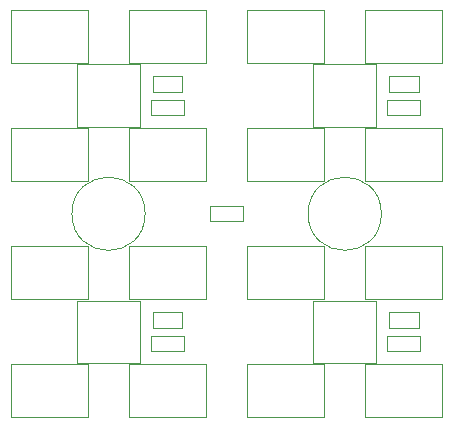
<source format=gbr>
%TF.GenerationSoftware,KiCad,Pcbnew,no-vcs-found-e797af3~59~ubuntu17.04.1*%
%TF.CreationDate,2017-07-18T08:46:09+02:00*%
%TF.ProjectId,LEDBoard_4x4_16bit,4C4544426F6172645F3478345F313662,0.1*%
%TF.SameCoordinates,Original%
%TF.FileFunction,Other,User*%
%FSLAX46Y46*%
G04 Gerber Fmt 4.6, Leading zero omitted, Abs format (unit mm)*
G04 Created by KiCad (PCBNEW no-vcs-found-e797af3~59~ubuntu17.04.1) date Tue Jul 18 08:46:09 2017*
%MOMM*%
%LPD*%
G01*
G04 APERTURE LIST*
%ADD10C,0.050000*%
G04 APERTURE END LIST*
D10*
X51750000Y-50750000D02*
X58250000Y-50750000D01*
X58250000Y-50750000D02*
X58250000Y-55250000D01*
X58250000Y-55250000D02*
X51750000Y-55250000D01*
X51750000Y-55250000D02*
X51750000Y-50750000D01*
X51750000Y-60750000D02*
X58250000Y-60750000D01*
X58250000Y-60750000D02*
X58250000Y-65250000D01*
X58250000Y-65250000D02*
X51750000Y-65250000D01*
X51750000Y-65250000D02*
X51750000Y-60750000D01*
X51750000Y-70750000D02*
X58250000Y-70750000D01*
X58250000Y-70750000D02*
X58250000Y-75250000D01*
X58250000Y-75250000D02*
X51750000Y-75250000D01*
X51750000Y-75250000D02*
X51750000Y-70750000D01*
X51750000Y-80750000D02*
X58250000Y-80750000D01*
X58250000Y-80750000D02*
X58250000Y-85250000D01*
X58250000Y-85250000D02*
X51750000Y-85250000D01*
X51750000Y-85250000D02*
X51750000Y-80750000D01*
X61750000Y-50750000D02*
X68250000Y-50750000D01*
X68250000Y-50750000D02*
X68250000Y-55250000D01*
X68250000Y-55250000D02*
X61750000Y-55250000D01*
X61750000Y-55250000D02*
X61750000Y-50750000D01*
X61750000Y-60750000D02*
X68250000Y-60750000D01*
X68250000Y-60750000D02*
X68250000Y-65250000D01*
X68250000Y-65250000D02*
X61750000Y-65250000D01*
X61750000Y-65250000D02*
X61750000Y-60750000D01*
X61750000Y-70750000D02*
X68250000Y-70750000D01*
X68250000Y-70750000D02*
X68250000Y-75250000D01*
X68250000Y-75250000D02*
X61750000Y-75250000D01*
X61750000Y-75250000D02*
X61750000Y-70750000D01*
X61750000Y-80750000D02*
X68250000Y-80750000D01*
X68250000Y-80750000D02*
X68250000Y-85250000D01*
X68250000Y-85250000D02*
X61750000Y-85250000D01*
X61750000Y-85250000D02*
X61750000Y-80750000D01*
X71750000Y-50750000D02*
X78250000Y-50750000D01*
X78250000Y-50750000D02*
X78250000Y-55250000D01*
X78250000Y-55250000D02*
X71750000Y-55250000D01*
X71750000Y-55250000D02*
X71750000Y-50750000D01*
X71750000Y-60750000D02*
X78250000Y-60750000D01*
X78250000Y-60750000D02*
X78250000Y-65250000D01*
X78250000Y-65250000D02*
X71750000Y-65250000D01*
X71750000Y-65250000D02*
X71750000Y-60750000D01*
X71750000Y-70750000D02*
X78250000Y-70750000D01*
X78250000Y-70750000D02*
X78250000Y-75250000D01*
X78250000Y-75250000D02*
X71750000Y-75250000D01*
X71750000Y-75250000D02*
X71750000Y-70750000D01*
X71750000Y-80750000D02*
X78250000Y-80750000D01*
X78250000Y-80750000D02*
X78250000Y-85250000D01*
X78250000Y-85250000D02*
X71750000Y-85250000D01*
X71750000Y-85250000D02*
X71750000Y-80750000D01*
X81750000Y-50750000D02*
X88250000Y-50750000D01*
X88250000Y-50750000D02*
X88250000Y-55250000D01*
X88250000Y-55250000D02*
X81750000Y-55250000D01*
X81750000Y-55250000D02*
X81750000Y-50750000D01*
X81750000Y-60750000D02*
X88250000Y-60750000D01*
X88250000Y-60750000D02*
X88250000Y-65250000D01*
X88250000Y-65250000D02*
X81750000Y-65250000D01*
X81750000Y-65250000D02*
X81750000Y-60750000D01*
X81750000Y-70750000D02*
X88250000Y-70750000D01*
X88250000Y-70750000D02*
X88250000Y-75250000D01*
X88250000Y-75250000D02*
X81750000Y-75250000D01*
X81750000Y-75250000D02*
X81750000Y-70750000D01*
X81750000Y-80750000D02*
X88250000Y-80750000D01*
X88250000Y-80750000D02*
X88250000Y-85250000D01*
X88250000Y-85250000D02*
X81750000Y-85250000D01*
X81750000Y-85250000D02*
X81750000Y-80750000D01*
X57350000Y-60650000D02*
X62650000Y-60650000D01*
X57350000Y-55350000D02*
X62650000Y-55350000D01*
X62650000Y-55350000D02*
X62650000Y-60650000D01*
X57350000Y-55350000D02*
X57350000Y-60650000D01*
X77350000Y-60650000D02*
X82650000Y-60650000D01*
X77350000Y-55350000D02*
X82650000Y-55350000D01*
X82650000Y-55350000D02*
X82650000Y-60650000D01*
X77350000Y-55350000D02*
X77350000Y-60650000D01*
X57350000Y-80650000D02*
X62650000Y-80650000D01*
X57350000Y-75350000D02*
X62650000Y-75350000D01*
X62650000Y-75350000D02*
X62650000Y-80650000D01*
X57350000Y-75350000D02*
X57350000Y-80650000D01*
X77350000Y-80650000D02*
X82650000Y-80650000D01*
X77350000Y-75350000D02*
X82650000Y-75350000D01*
X82650000Y-75350000D02*
X82650000Y-80650000D01*
X77350000Y-75350000D02*
X77350000Y-80650000D01*
X63100000Y-68000000D02*
G75*
G03X63100000Y-68000000I-3100000J0D01*
G01*
X63600000Y-58350000D02*
X66400000Y-58350000D01*
X63600000Y-58350000D02*
X63600000Y-59650000D01*
X66400000Y-59650000D02*
X66400000Y-58350000D01*
X66400000Y-59650000D02*
X63600000Y-59650000D01*
X86400000Y-59650000D02*
X83600000Y-59650000D01*
X86400000Y-59650000D02*
X86400000Y-58350000D01*
X83600000Y-58350000D02*
X83600000Y-59650000D01*
X83600000Y-58350000D02*
X86400000Y-58350000D01*
X63600000Y-78350000D02*
X66400000Y-78350000D01*
X63600000Y-78350000D02*
X63600000Y-79650000D01*
X66400000Y-79650000D02*
X66400000Y-78350000D01*
X66400000Y-79650000D02*
X63600000Y-79650000D01*
X86400000Y-79650000D02*
X83600000Y-79650000D01*
X86400000Y-79650000D02*
X86400000Y-78350000D01*
X83600000Y-78350000D02*
X83600000Y-79650000D01*
X83600000Y-78350000D02*
X86400000Y-78350000D01*
X63750000Y-56300000D02*
X66250000Y-56300000D01*
X63750000Y-56300000D02*
X63750000Y-57700000D01*
X66250000Y-57700000D02*
X66250000Y-56300000D01*
X66250000Y-57700000D02*
X63750000Y-57700000D01*
X86250000Y-57700000D02*
X83750000Y-57700000D01*
X86250000Y-57700000D02*
X86250000Y-56300000D01*
X83750000Y-56300000D02*
X83750000Y-57700000D01*
X83750000Y-56300000D02*
X86250000Y-56300000D01*
X63750000Y-76300000D02*
X66250000Y-76300000D01*
X63750000Y-76300000D02*
X63750000Y-77700000D01*
X66250000Y-77700000D02*
X66250000Y-76300000D01*
X66250000Y-77700000D02*
X63750000Y-77700000D01*
X86250000Y-77700000D02*
X83750000Y-77700000D01*
X86250000Y-77700000D02*
X86250000Y-76300000D01*
X83750000Y-76300000D02*
X83750000Y-77700000D01*
X83750000Y-76300000D02*
X86250000Y-76300000D01*
X68600000Y-67350000D02*
X71400000Y-67350000D01*
X68600000Y-67350000D02*
X68600000Y-68650000D01*
X71400000Y-68650000D02*
X71400000Y-67350000D01*
X71400000Y-68650000D02*
X68600000Y-68650000D01*
X83100000Y-68000000D02*
G75*
G03X83100000Y-68000000I-3100000J0D01*
G01*
M02*

</source>
